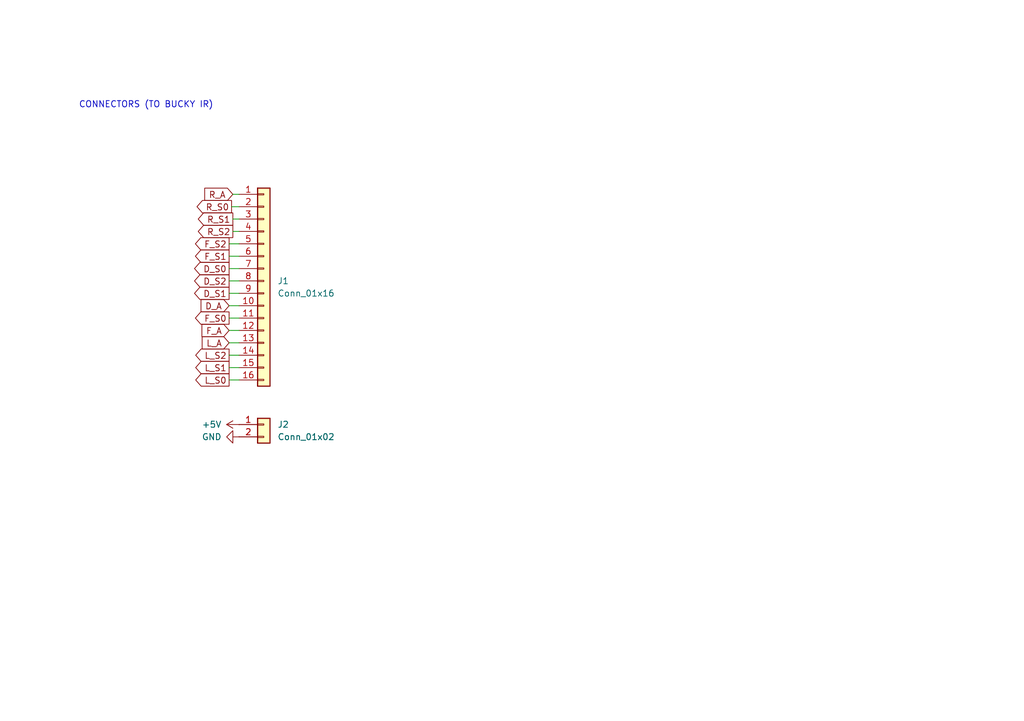
<source format=kicad_sch>
(kicad_sch (version 20231120) (generator "eeschema") (generator_version "8.0")
  (paper "A5")
  (title_block (title "BUCKY LIGHT CONNECTORS") (date "2024-05-09") (rev "V1") (company "koen1711"))
  (lib_symbols
    (symbol "+5V_1" (power) (pin_numbers hide) (pin_names (offset 0) hide)
      (property "Value" "+5V" (at 0 3.556 0))
      (symbol "+5V_1_0_1"
        (polyline (pts (xy -0.762 1.27) (xy 0 2.54)))
        (polyline (pts (xy 0 0) (xy 0 2.54)))
        (polyline (pts (xy 0 2.54) (xy 0.762 1.27)))
      )
      (symbol "+5V_1_1_1"
        (pin power_in line (at 0 0 90) (length 0) (name "~") (number "1"))
      )
    )
    (symbol "Connector_Generic:Conn_01x02" (pin_names (offset 1.016) hide)
      (property "Reference" "J" (at 0 2.54 0))
      (property "Value" "Conn_01x02" (at 0 -5.08 0))
      (symbol "Conn_01x02_1_1"
        (rectangle (start -1.27 -2.413) (end 0 -2.667) (stroke (width 0.1524)))
        (rectangle (start -1.27 0.127) (end 0 -0.127) (stroke (width 0.1524)))
        (rectangle (start -1.27 1.27) (end 1.27 -3.81) (stroke (width 0.254)) (fill (type background)))
        (pin passive line (at -5.08 0 0) (length 3.81) (name "Pin_1") (number "1"))
        (pin passive line (at -5.08 -2.54 0) (length 3.81) (name "Pin_2") (number "2"))
      )
    )
    (symbol "Connector_Generic:Conn_01x16" (pin_names (offset 1.016) hide)
      (property "Reference" "J" (at 0 20.32 0))
      (property "Value" "Conn_01x16" (at 0 -22.86 0))
      (symbol "Conn_01x16_1_1"
        (rectangle (start -1.27 -20.193) (end 0 -20.447) (stroke (width 0.1524)))
        (rectangle (start -1.27 -17.653) (end 0 -17.907) (stroke (width 0.1524)))
        (rectangle (start -1.27 -15.113) (end 0 -15.367) (stroke (width 0.1524)))
        (rectangle (start -1.27 -12.573) (end 0 -12.827) (stroke (width 0.1524)))
        (rectangle (start -1.27 -10.033) (end 0 -10.287) (stroke (width 0.1524)))
        (rectangle (start -1.27 -7.493) (end 0 -7.747) (stroke (width 0.1524)))
        (rectangle (start -1.27 -4.953) (end 0 -5.207) (stroke (width 0.1524)))
        (rectangle (start -1.27 -2.413) (end 0 -2.667) (stroke (width 0.1524)))
        (rectangle (start -1.27 0.127) (end 0 -0.127) (stroke (width 0.1524)))
        (rectangle (start -1.27 2.667) (end 0 2.413) (stroke (width 0.1524)))
        (rectangle (start -1.27 5.207) (end 0 4.953) (stroke (width 0.1524)))
        (rectangle (start -1.27 7.747) (end 0 7.493) (stroke (width 0.1524)))
        (rectangle (start -1.27 10.287) (end 0 10.033) (stroke (width 0.1524)))
        (rectangle (start -1.27 12.827) (end 0 12.573) (stroke (width 0.1524)))
        (rectangle (start -1.27 15.367) (end 0 15.113) (stroke (width 0.1524)))
        (rectangle (start -1.27 17.907) (end 0 17.653) (stroke (width 0.1524)))
        (rectangle (start -1.27 19.05) (end 1.27 -21.59) (stroke (width 0.254)) (fill (type background)))
        (pin passive line (at -5.08 17.78 0) (length 3.81) (name "Pin_1") (number "1"))
        (pin passive line (at -5.08 -5.08 0) (length 3.81) (name "Pin_10") (number "10"))
        (pin passive line (at -5.08 -7.62 0) (length 3.81) (name "Pin_11") (number "11"))
        (pin passive line (at -5.08 -10.16 0) (length 3.81) (name "Pin_12") (number "12"))
        (pin passive line (at -5.08 -12.7 0) (length 3.81) (name "Pin_13") (number "13"))
        (pin passive line (at -5.08 -15.24 0) (length 3.81) (name "Pin_14") (number "14"))
        (pin passive line (at -5.08 -17.78 0) (length 3.81) (name "Pin_15") (number "15"))
        (pin passive line (at -5.08 -20.32 0) (length 3.81) (name "Pin_16") (number "16"))
        (pin passive line (at -5.08 15.24 0) (length 3.81) (name "Pin_2") (number "2"))
        (pin passive line (at -5.08 12.7 0) (length 3.81) (name "Pin_3") (number "3"))
        (pin passive line (at -5.08 10.16 0) (length 3.81) (name "Pin_4") (number "4"))
        (pin passive line (at -5.08 7.62 0) (length 3.81) (name "Pin_5") (number "5"))
        (pin passive line (at -5.08 5.08 0) (length 3.81) (name "Pin_6") (number "6"))
        (pin passive line (at -5.08 2.54 0) (length 3.81) (name "Pin_7") (number "7"))
        (pin passive line (at -5.08 0 0) (length 3.81) (name "Pin_8") (number "8"))
        (pin passive line (at -5.08 -2.54 0) (length 3.81) (name "Pin_9") (number "9"))
      )
    )
    (symbol "GND_1" (power) (pin_numbers hide) (pin_names (offset 0) hide)
      (property "Value" "GND" (at 0 -3.81 0))
      (symbol "GND_1_0_1"
        (polyline (pts (xy 0 0) (xy 0 -1.27) (xy 1.27 -1.27) (xy 0 -2.54) (xy -1.27 -1.27) (xy 0 -1.27)))
      )
      (symbol "GND_1_1_1"
        (pin power_in line (at 0 0 270) (length 0) (name "~") (number "1"))
      )
    )
  )
  (wire (pts (xy 49.022 75.438) (xy 46.99 75.438)))
  (wire (pts (xy 49.022 62.738) (xy 46.99 62.738)))
  (wire (pts (xy 49.022 77.978) (xy 46.99 77.978)))
  (wire (pts (xy 49.022 44.958) (xy 47.752 44.958)))
  (wire (pts (xy 49.022 39.878) (xy 47.752 39.878)))
  (wire (pts (xy 49.022 50.038) (xy 46.99 50.038)))
  (wire (pts (xy 49.022 42.418) (xy 47.498 42.418)))
  (wire (pts (xy 49.022 55.118) (xy 46.99 55.118)))
  (wire (pts (xy 49.022 70.358) (xy 46.99 70.358)))
  (wire (pts (xy 49.022 67.818) (xy 46.99 67.818)))
  (wire (pts (xy 49.022 72.898) (xy 46.99 72.898)))
  (wire (pts (xy 49.022 57.658) (xy 46.99 57.658)))
  (wire (pts (xy 49.022 52.578) (xy 46.99 52.578)))
  (wire (pts (xy 49.022 65.278) (xy 46.99 65.278)))
  (wire (pts (xy 49.022 47.498) (xy 47.752 47.498)))
  (wire (pts (xy 49.022 60.198) (xy 46.99 60.198)))
  (text "CONNECTORS (TO BUCKY IR)\n" (at 29.972 21.59 0) (effects (font (size 1.27 1.27))))
  (global_label "D_S1" (shape output) (at 46.99 60.198 180) (property "Intersheetrefs" "${INTERSHEET_REFS}" (effects (hide yes))))
  (global_label "L_A" (shape input) (at 46.99 70.358 180) (property "Intersheetrefs" "${INTERSHEET_REFS}" (effects (hide yes))))
  (global_label "D_S0" (shape output) (at 46.99 55.118 180) (property "Intersheetrefs" "${INTERSHEET_REFS}" (effects (hide yes))))
  (global_label "R_S1" (shape output) (at 47.752 44.958 180) (property "Intersheetrefs" "${INTERSHEET_REFS}" (effects (hide yes))))
  (global_label "D_A" (shape input) (at 46.99 62.738 180) (property "Intersheetrefs" "${INTERSHEET_REFS}" (effects (hide yes))))
  (global_label "R_S0" (shape output) (at 47.498 42.418 180) (property "Intersheetrefs" "${INTERSHEET_REFS}" (effects (hide yes))))
  (global_label "F_S2" (shape output) (at 46.99 50.038 180) (property "Intersheetrefs" "${INTERSHEET_REFS}" (effects (hide yes))))
  (global_label "L_S2" (shape output) (at 46.99 72.898 180) (property "Intersheetrefs" "${INTERSHEET_REFS}" (effects (hide yes))))
  (global_label "L_S1" (shape output) (at 46.99 75.438 180) (property "Intersheetrefs" "${INTERSHEET_REFS}" (effects (hide yes))))
  (global_label "F_S1" (shape output) (at 46.99 52.578 180) (property "Intersheetrefs" "${INTERSHEET_REFS}" (effects (hide yes))))
  (global_label "R_A" (shape input) (at 47.752 39.878 180) (property "Intersheetrefs" "${INTERSHEET_REFS}" (effects (hide yes))))
  (global_label "F_S0" (shape output) (at 46.99 65.278 180) (property "Intersheetrefs" "${INTERSHEET_REFS}" (effects (hide yes))))
  (global_label "L_S0" (shape output) (at 46.99 77.978 180) (property "Intersheetrefs" "${INTERSHEET_REFS}" (effects (hide yes))))
  (global_label "F_A" (shape input) (at 46.99 67.818 180) (property "Intersheetrefs" "${INTERSHEET_REFS}" (effects (hide yes))))
  (global_label "D_S2" (shape output) (at 46.99 57.658 180) (property "Intersheetrefs" "${INTERSHEET_REFS}" (effects (hide yes))))
  (global_label "R_S2" (shape output) (at 47.752 47.498 180) (property "Intersheetrefs" "${INTERSHEET_REFS}" (effects (hide yes))))
  (symbol (lib_name "+5V_1") (lib_id "power:+5V") (at 49.022 87.122 90) (unit 1)
    (property "Reference" "#PWR09" (effects (hide yes)))
    (property "Value" "+5V" (at 45.466 87.1219 90) (effects (justify left)))
    (property "Description" "Power symbol creates a global label with name \"+5V\"" (effects (hide yes)))
  )
  (symbol (lib_id "Connector_Generic:Conn_01x16") (at 54.102 57.658 0) (unit 1)
    (property "Reference" "J1" (at 56.896 57.6579 0) (effects (justify left)))
    (property "Value" "Conn_01x16" (at 56.896 60.1979 0) (effects (justify left)))
    (property "Footprint" "BUCKY_LIGHT:BUCKY_LIGHT_POWER" (effects (hide yes)))
    (property "Datasheet" "https://www.digikey.nl/nl/products/detail/jst-sales-america-inc/B16B-PH-SM4-TB/926654" (effects (hide yes)))
    (property "Description" "Generic connector, single row, 01x16, script generated (kicad-library-utils/schlib/autogen/connector/)" (effects (hide yes)))
  )
  (symbol (lib_name "GND_1") (lib_id "power:GND") (at 49.022 89.662 270) (unit 1)
    (property "Reference" "#PWR011" (effects (hide yes)))
    (property "Value" "GND" (at 45.466 89.6619 90) (effects (justify right)))
    (property "Description" "Power symbol creates a global label with name \"GND\" , ground" (effects (hide yes)))
  )
  (symbol (lib_id "Connector_Generic:Conn_01x02") (at 54.102 87.122 0) (unit 1)
    (property "Reference" "J2" (at 56.896 87.1219 0) (effects (justify left)))
    (property "Value" "Conn_01x02" (at 56.896 89.6619 0) (effects (justify left)))
    (property "Footprint" "BUCKY_LIGHT:BUCKY_POWER_CONN" (effects (hide yes)))
    (property "Datasheet" "https://www.digikey.nl/nl/products/detail/jst-sales-america-inc/S2B-PH-K-S/926626" (effects (hide yes)))
    (property "Description" "Generic connector, single row, 01x02, script generated (kicad-library-utils/schlib/autogen/connector/)" (effects (hide yes)))
  )
)
</source>
